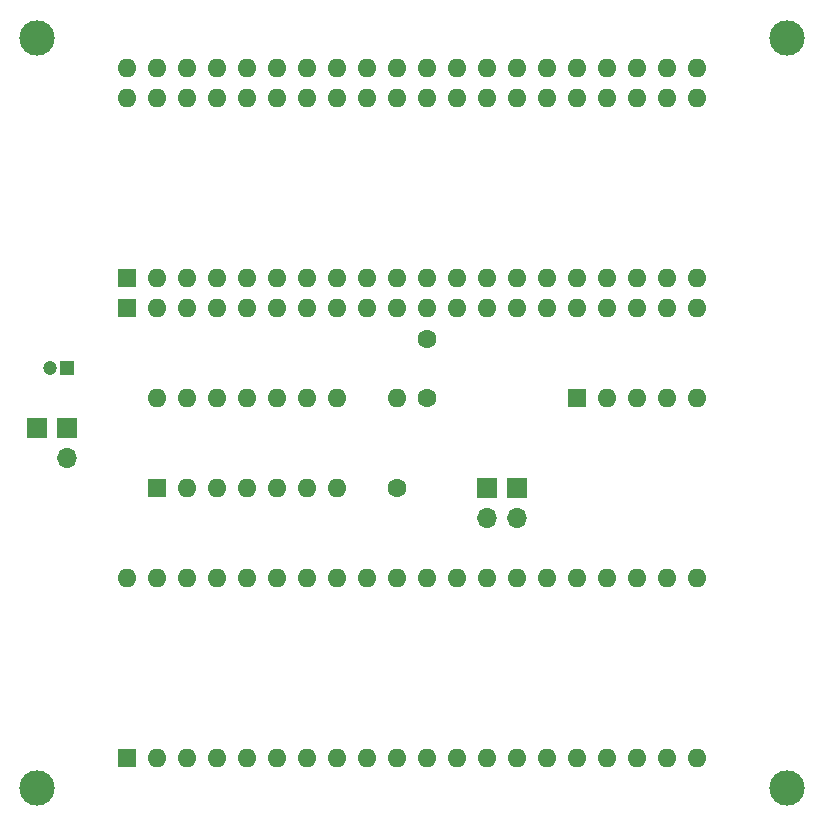
<source format=gbr>
%TF.GenerationSoftware,KiCad,Pcbnew,7.0.2*%
%TF.CreationDate,2023-06-24T18:04:26+09:00*%
%TF.ProjectId,TangNanoZ80MEM,54616e67-4e61-46e6-9f5a-38304d454d2e,rev?*%
%TF.SameCoordinates,Original*%
%TF.FileFunction,Soldermask,Bot*%
%TF.FilePolarity,Negative*%
%FSLAX46Y46*%
G04 Gerber Fmt 4.6, Leading zero omitted, Abs format (unit mm)*
G04 Created by KiCad (PCBNEW 7.0.2) date 2023-06-24 18:04:26*
%MOMM*%
%LPD*%
G01*
G04 APERTURE LIST*
%ADD10R,1.700000X1.700000*%
%ADD11O,1.700000X1.700000*%
%ADD12R,1.600000X1.600000*%
%ADD13O,1.600000X1.600000*%
%ADD14C,3.000000*%
%ADD15R,1.200000X1.200000*%
%ADD16C,1.200000*%
%ADD17C,1.600000*%
G04 APERTURE END LIST*
D10*
%TO.C,DBG_TRG*%
X43180000Y-43180000D03*
D11*
X43180000Y-45720000D03*
%TD*%
D10*
%TO.C,LED_RGB*%
X45720000Y-43180000D03*
D11*
X45720000Y-45720000D03*
%TD*%
D10*
%TO.C,VCC*%
X7620000Y-38100000D03*
D11*
X7620000Y-40640000D03*
%TD*%
D12*
%TO.C,J1*%
X12700000Y-27940000D03*
D13*
X15240000Y-27940000D03*
X17780000Y-27940000D03*
X20320000Y-27940000D03*
X22860000Y-27940000D03*
X25400000Y-27940000D03*
X27940000Y-27940000D03*
X30480000Y-27940000D03*
X33020000Y-27940000D03*
X35560000Y-27940000D03*
X38100000Y-27940000D03*
X40640000Y-27940000D03*
X43180000Y-27940000D03*
X45720000Y-27940000D03*
X48260000Y-27940000D03*
X50800000Y-27940000D03*
X53340000Y-27940000D03*
X55880000Y-27940000D03*
X58420000Y-27940000D03*
X60960000Y-27940000D03*
X60960000Y-7620000D03*
X58420000Y-7620000D03*
X55880000Y-7620000D03*
X53340000Y-7620000D03*
X50800000Y-7620000D03*
X48260000Y-7620000D03*
X45720000Y-7620000D03*
X43180000Y-7620000D03*
X40640000Y-7620000D03*
X38100000Y-7620000D03*
X35560000Y-7620000D03*
X33020000Y-7620000D03*
X30480000Y-7620000D03*
X27940000Y-7620000D03*
X25400000Y-7620000D03*
X22860000Y-7620000D03*
X20320000Y-7620000D03*
X17780000Y-7620000D03*
X15240000Y-7620000D03*
X12700000Y-7620000D03*
%TD*%
D12*
%TO.C,J2*%
X12700000Y-66040000D03*
D13*
X15240000Y-66040000D03*
X17780000Y-66040000D03*
X20320000Y-66040000D03*
X22860000Y-66040000D03*
X25400000Y-66040000D03*
X27940000Y-66040000D03*
X30480000Y-66040000D03*
X33020000Y-66040000D03*
X35560000Y-66040000D03*
X38100000Y-66040000D03*
X40640000Y-66040000D03*
X43180000Y-66040000D03*
X45720000Y-66040000D03*
X48260000Y-66040000D03*
X50800000Y-66040000D03*
X53340000Y-66040000D03*
X55880000Y-66040000D03*
X58420000Y-66040000D03*
X60960000Y-66040000D03*
X60960000Y-50800000D03*
X58420000Y-50800000D03*
X55880000Y-50800000D03*
X53340000Y-50800000D03*
X50800000Y-50800000D03*
X48260000Y-50800000D03*
X45720000Y-50800000D03*
X43180000Y-50800000D03*
X40640000Y-50800000D03*
X38100000Y-50800000D03*
X35560000Y-50800000D03*
X33020000Y-50800000D03*
X30480000Y-50800000D03*
X27940000Y-50800000D03*
X25400000Y-50800000D03*
X22860000Y-50800000D03*
X20320000Y-50800000D03*
X17780000Y-50800000D03*
X15240000Y-50800000D03*
X12700000Y-50800000D03*
%TD*%
D14*
%TO.C,REF\u002A\u002A*%
X68580000Y-68580000D03*
%TD*%
D12*
%TO.C,RN1*%
X50800000Y-35560000D03*
D13*
X53340000Y-35560000D03*
X55880000Y-35560000D03*
X58420000Y-35560000D03*
X60960000Y-35560000D03*
%TD*%
D12*
%TO.C,U2*%
X15240000Y-43180000D03*
D13*
X17780000Y-43180000D03*
X20320000Y-43180000D03*
X22860000Y-43180000D03*
X25400000Y-43180000D03*
X27940000Y-43180000D03*
X30480000Y-43180000D03*
X30480000Y-35560000D03*
X27940000Y-35560000D03*
X25400000Y-35560000D03*
X22860000Y-35560000D03*
X20320000Y-35560000D03*
X17780000Y-35560000D03*
X15240000Y-35560000D03*
%TD*%
D14*
%TO.C,REF\u002A\u002A*%
X5080000Y-5080000D03*
%TD*%
D15*
%TO.C,C2*%
X7620000Y-33020000D03*
D16*
X6120000Y-33020000D03*
%TD*%
D17*
%TO.C,R1*%
X35560000Y-43180000D03*
D13*
X35560000Y-35560000D03*
%TD*%
D10*
%TO.C,GND*%
X5080000Y-38100000D03*
%TD*%
D17*
%TO.C,C1*%
X38100000Y-30560000D03*
X38100000Y-35560000D03*
%TD*%
D14*
%TO.C,REF\u002A\u002A*%
X5080000Y-68580000D03*
%TD*%
D12*
%TO.C,U1*%
X12700000Y-25400000D03*
D13*
X15240000Y-25400000D03*
X17780000Y-25400000D03*
X20320000Y-25400000D03*
X22860000Y-25400000D03*
X25400000Y-25400000D03*
X27940000Y-25400000D03*
X30480000Y-25400000D03*
X33020000Y-25400000D03*
X35560000Y-25400000D03*
X38100000Y-25400000D03*
X40640000Y-25400000D03*
X43180000Y-25400000D03*
X45720000Y-25400000D03*
X48260000Y-25400000D03*
X50800000Y-25400000D03*
X53340000Y-25400000D03*
X55880000Y-25400000D03*
X58420000Y-25400000D03*
X60960000Y-25400000D03*
X60960000Y-10160000D03*
X58420000Y-10160000D03*
X55880000Y-10160000D03*
X53340000Y-10160000D03*
X50800000Y-10160000D03*
X48260000Y-10160000D03*
X45720000Y-10160000D03*
X43180000Y-10160000D03*
X40640000Y-10160000D03*
X38100000Y-10160000D03*
X35560000Y-10160000D03*
X33020000Y-10160000D03*
X30480000Y-10160000D03*
X27940000Y-10160000D03*
X25400000Y-10160000D03*
X22860000Y-10160000D03*
X20320000Y-10160000D03*
X17780000Y-10160000D03*
X15240000Y-10160000D03*
X12700000Y-10160000D03*
%TD*%
D14*
%TO.C,REF\u002A\u002A*%
X68580000Y-5080000D03*
%TD*%
M02*

</source>
